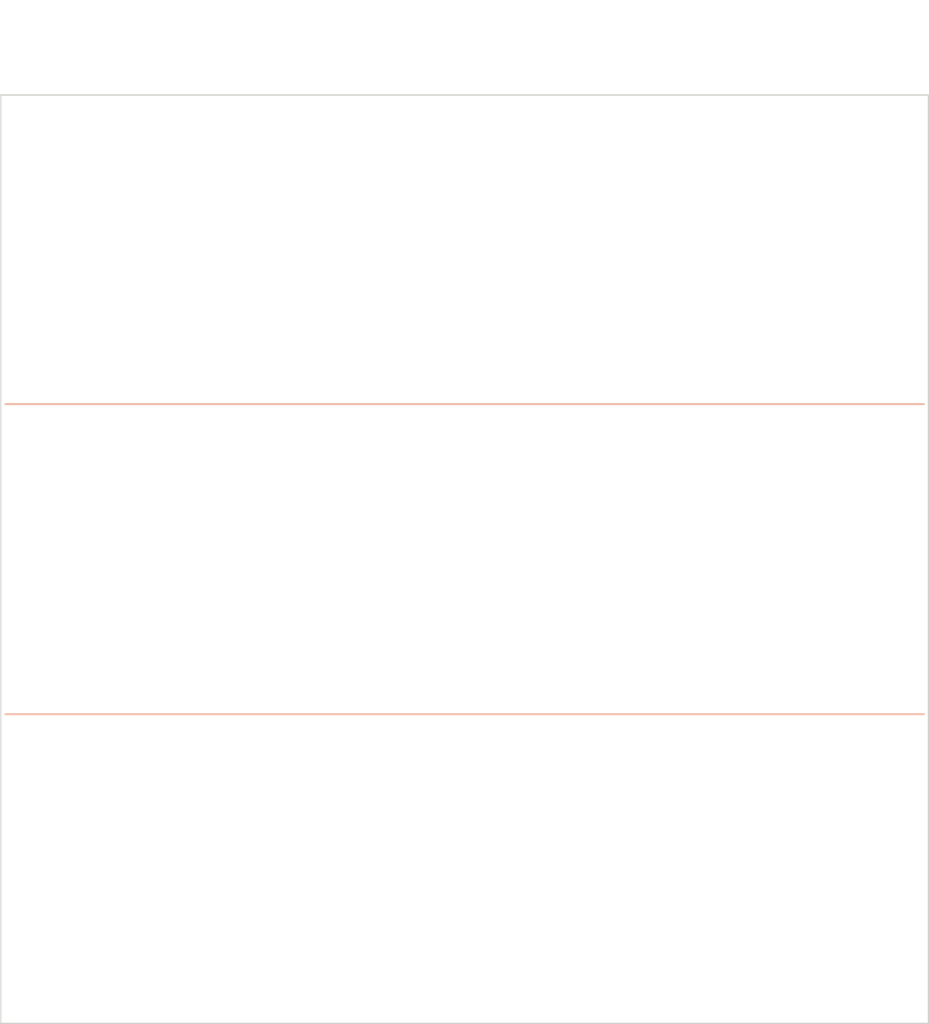
<source format=kicad_pcb>
(kicad_pcb (version 20171130) (host pcbnew 5.1.6-c6e7f7d~86~ubuntu18.04.1)

  (general
    (thickness 1.6)
    (drawings 9)
    (tracks 0)
    (zones 0)
    (modules 0)
    (nets 1)
  )

  (page A4)
  (title_block
    (title Diamond-1)
    (date "May 2020")
    (rev 2.0.1)
    (company "Gemstone Amplication")
    (comment 1 "© Tim Baldwin 2016,2020")
    (comment 2 GSA-D1)
    (comment 3 "Combined PCBs")
    (comment 4 "Stereo Amplifier")
  )

  (layers
    (0 F.Cu signal)
    (31 B.Cu signal)
    (32 B.Adhes user hide)
    (33 F.Adhes user hide)
    (34 B.Paste user hide)
    (35 F.Paste user hide)
    (36 B.SilkS user)
    (37 F.SilkS user)
    (38 B.Mask user hide)
    (39 F.Mask user hide)
    (40 Dwgs.User user)
    (41 Cmts.User user hide)
    (42 Eco1.User user hide)
    (43 Eco2.User user hide)
    (44 Edge.Cuts user)
    (45 Margin user hide)
    (46 B.CrtYd user hide)
    (47 F.CrtYd user hide)
    (48 B.Fab user hide)
    (49 F.Fab user hide)
  )

  (setup
    (last_trace_width 0.25)
    (trace_clearance 0.2)
    (zone_clearance 0.508)
    (zone_45_only no)
    (trace_min 0.2)
    (via_size 0.8)
    (via_drill 0.4)
    (via_min_size 0.4)
    (via_min_drill 0.3)
    (uvia_size 0.3)
    (uvia_drill 0.1)
    (uvias_allowed no)
    (uvia_min_size 0.2)
    (uvia_min_drill 0.1)
    (edge_width 0.05)
    (segment_width 0.2)
    (pcb_text_width 0.3)
    (pcb_text_size 1.5 1.5)
    (mod_edge_width 0.12)
    (mod_text_size 1 1)
    (mod_text_width 0.15)
    (pad_size 1.524 1.524)
    (pad_drill 0.762)
    (pad_to_mask_clearance 0.05)
    (aux_axis_origin 0 0)
    (visible_elements FFFFFF7F)
    (pcbplotparams
      (layerselection 0x010fc_ffffffff)
      (usegerberextensions false)
      (usegerberattributes true)
      (usegerberadvancedattributes true)
      (creategerberjobfile true)
      (excludeedgelayer true)
      (linewidth 0.100000)
      (plotframeref false)
      (viasonmask false)
      (mode 1)
      (useauxorigin false)
      (hpglpennumber 1)
      (hpglpenspeed 20)
      (hpglpendiameter 15.000000)
      (psnegative false)
      (psa4output false)
      (plotreference true)
      (plotvalue true)
      (plotinvisibletext false)
      (padsonsilk false)
      (subtractmaskfromsilk false)
      (outputformat 1)
      (mirror false)
      (drillshape 1)
      (scaleselection 1)
      (outputdirectory ""))
  )

  (net 0 "")

  (net_class Default "This is the default net class."
    (clearance 0.2)
    (trace_width 0.25)
    (via_dia 0.8)
    (via_drill 0.4)
    (uvia_dia 0.3)
    (uvia_drill 0.1)
  )

  (gr_line (start 100.5 106.7) (end 199.5 106.7) (angle 90) (layer F.SilkS) (width 0.2) (tstamp 5ECBD257))
  (gr_line (start 100 40) (end 200 40) (angle 90) (layer Edge.Cuts) (width 0.15) (tstamp 5ECBD256))
  (gr_text "Board Size: 100mm x 100mm\nDivided at 33.3mm and 66.7mm" (at 150.8 32.38) (layer Dwgs.User) (tstamp 5ECBD255)
    (effects (font (size 1.5 1.5) (thickness 0.3)))
  )
  (gr_line (start 100.5 106.7) (end 199.5 106.7) (angle 90) (layer B.SilkS) (width 0.2) (tstamp 5ECBD254))
  (gr_line (start 100.5 73.3) (end 199.5 73.3) (angle 90) (layer B.SilkS) (width 0.2) (tstamp 5ECBD253))
  (gr_line (start 100 140) (end 100 40) (angle 90) (layer Edge.Cuts) (width 0.15) (tstamp 5ECBD252))
  (gr_line (start 100.5 73.3) (end 199.5 73.3) (angle 90) (layer F.SilkS) (width 0.2) (tstamp 5ECBD251))
  (gr_line (start 200 140) (end 100 140) (angle 90) (layer Edge.Cuts) (width 0.15) (tstamp 5ECBD250))
  (gr_line (start 200 40) (end 200 140) (angle 90) (layer Edge.Cuts) (width 0.15) (tstamp 5ECBD24F))

)

</source>
